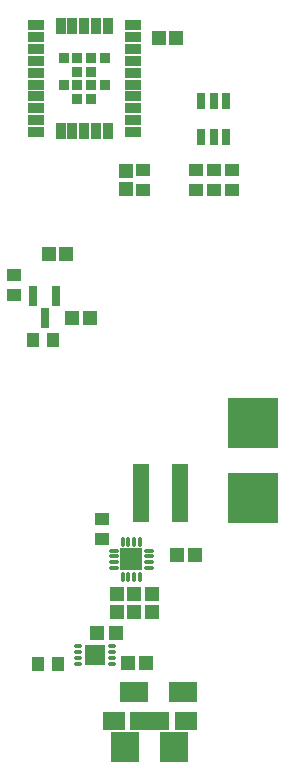
<source format=gtp>
G04*
G04 #@! TF.GenerationSoftware,Altium Limited,Altium Designer,25.2.1 (25)*
G04*
G04 Layer_Color=8421504*
%FSLAX44Y44*%
%MOMM*%
G71*
G04*
G04 #@! TF.SameCoordinates,8C29F912-5D16-4966-89D4-FD56EA257BD5*
G04*
G04*
G04 #@! TF.FilePolarity,Positive*
G04*
G01*
G75*
G04:AMPARAMS|DCode=17|XSize=1.15mm|YSize=1.15mm|CornerRadius=0mm|HoleSize=0mm|Usage=FLASHONLY|Rotation=180.000|XOffset=0mm|YOffset=0mm|HoleType=Round|Shape=RoundedRectangle|*
%AMROUNDEDRECTD17*
21,1,1.1500,1.1500,0,0,180.0*
21,1,1.1500,1.1500,0,0,180.0*
1,1,0.0000,-0.5750,0.5750*
1,1,0.0000,0.5750,0.5750*
1,1,0.0000,0.5750,-0.5750*
1,1,0.0000,-0.5750,-0.5750*
%
%ADD17ROUNDEDRECTD17*%
%ADD18R,0.9000X1.3500*%
%ADD19R,1.2000X1.1000*%
%ADD20R,1.1000X1.2000*%
G04:AMPARAMS|DCode=21|XSize=1.15mm|YSize=1.15mm|CornerRadius=0mm|HoleSize=0mm|Usage=FLASHONLY|Rotation=90.000|XOffset=0mm|YOffset=0mm|HoleType=Round|Shape=RoundedRectangle|*
%AMROUNDEDRECTD21*
21,1,1.1500,1.1500,0,0,90.0*
21,1,1.1500,1.1500,0,0,90.0*
1,1,0.0000,0.5750,0.5750*
1,1,0.0000,0.5750,-0.5750*
1,1,0.0000,-0.5750,-0.5750*
1,1,0.0000,-0.5750,0.5750*
%
%ADD21ROUNDEDRECTD21*%
%ADD22R,4.2000X4.2000*%
%ADD23R,1.3800X4.9000*%
%ADD24R,1.8800X1.8800*%
G04:AMPARAMS|DCode=25|XSize=0.4mm|YSize=0.8mm|CornerRadius=0.105mm|HoleSize=0mm|Usage=FLASHONLY|Rotation=0.000|XOffset=0mm|YOffset=0mm|HoleType=Round|Shape=RoundedRectangle|*
%AMROUNDEDRECTD25*
21,1,0.4000,0.5900,0,0,0.0*
21,1,0.1900,0.8000,0,0,0.0*
1,1,0.2100,0.0950,-0.2950*
1,1,0.2100,-0.0950,-0.2950*
1,1,0.2100,-0.0950,0.2950*
1,1,0.2100,0.0950,0.2950*
%
%ADD25ROUNDEDRECTD25*%
G04:AMPARAMS|DCode=26|XSize=0.4mm|YSize=0.8mm|CornerRadius=0.105mm|HoleSize=0mm|Usage=FLASHONLY|Rotation=270.000|XOffset=0mm|YOffset=0mm|HoleType=Round|Shape=RoundedRectangle|*
%AMROUNDEDRECTD26*
21,1,0.4000,0.5900,0,0,270.0*
21,1,0.1900,0.8000,0,0,270.0*
1,1,0.2100,-0.2950,-0.0950*
1,1,0.2100,-0.2950,0.0950*
1,1,0.2100,0.2950,0.0950*
1,1,0.2100,0.2950,-0.0950*
%
%ADD26ROUNDEDRECTD26*%
%ADD27R,2.4500X2.5000*%
%ADD28R,1.9500X1.5000*%
%ADD29R,0.7000X1.5000*%
%ADD30R,0.8000X1.7000*%
%ADD31R,1.3500X0.9000*%
%ADD32R,0.9000X0.9000*%
G04:AMPARAMS|DCode=33|XSize=0.7mm|YSize=0.4mm|CornerRadius=0.15mm|HoleSize=0mm|Usage=FLASHONLY|Rotation=180.000|XOffset=0mm|YOffset=0mm|HoleType=Round|Shape=RoundedRectangle|*
%AMROUNDEDRECTD33*
21,1,0.7000,0.1000,0,0,180.0*
21,1,0.4000,0.4000,0,0,180.0*
1,1,0.3000,-0.2000,0.0500*
1,1,0.3000,0.2000,0.0500*
1,1,0.3000,0.2000,-0.0500*
1,1,0.3000,-0.2000,-0.0500*
%
%ADD33ROUNDEDRECTD33*%
%ADD34R,1.7000X1.7500*%
%ADD35R,0.8000X1.4000*%
%ADD36R,2.4000X1.7500*%
%ADD37R,1.2000X1.2000*%
G36*
X68338Y81968D02*
X62438D01*
Y91768D01*
X68338D01*
Y81968D01*
D02*
G37*
G36*
X75738D02*
X69838D01*
Y91768D01*
X75738D01*
Y81968D01*
D02*
G37*
D17*
X138555Y171001D02*
D03*
X153555D02*
D03*
X50055Y372042D02*
D03*
X65055D02*
D03*
X112190Y79868D02*
D03*
X97190D02*
D03*
X123310Y609346D02*
D03*
X138310D02*
D03*
X30092Y425958D02*
D03*
X45092D02*
D03*
D18*
X40220Y618910D02*
D03*
X80220D02*
D03*
X50220D02*
D03*
X60220D02*
D03*
X70220D02*
D03*
X80220Y530410D02*
D03*
X70220D02*
D03*
X60220D02*
D03*
X50220D02*
D03*
X40220D02*
D03*
D19*
X155033Y480553D02*
D03*
Y497553D02*
D03*
X185513Y480467D02*
D03*
Y497467D02*
D03*
X74930Y202184D02*
D03*
Y185184D02*
D03*
X625Y391222D02*
D03*
Y408222D02*
D03*
X170180Y497704D02*
D03*
Y480704D02*
D03*
X110296Y480689D02*
D03*
Y497689D02*
D03*
D20*
X33823Y353568D02*
D03*
X16823D02*
D03*
X21354Y79248D02*
D03*
X38354D02*
D03*
D21*
X87668Y137926D02*
D03*
Y122926D02*
D03*
X117573Y138057D02*
D03*
Y123057D02*
D03*
X102718Y137988D02*
D03*
Y122988D02*
D03*
X95407Y481099D02*
D03*
Y496099D02*
D03*
D22*
X203248Y283210D02*
D03*
Y219710D02*
D03*
D23*
X108527Y223686D02*
D03*
X141627D02*
D03*
D24*
X100148Y167638D02*
D03*
D25*
X107648Y182138D02*
D03*
X102648D02*
D03*
X97648D02*
D03*
X92648D02*
D03*
Y153138D02*
D03*
X97648D02*
D03*
X102648D02*
D03*
X107648D02*
D03*
D26*
X85648Y175138D02*
D03*
Y170138D02*
D03*
Y165138D02*
D03*
Y160138D02*
D03*
X114648D02*
D03*
Y165138D02*
D03*
Y170138D02*
D03*
Y175138D02*
D03*
D27*
X136440Y9075D02*
D03*
X94940D02*
D03*
D28*
X146170Y30935D02*
D03*
X85210D02*
D03*
D29*
X128690Y31115D02*
D03*
X122190D02*
D03*
X115690D02*
D03*
X109190D02*
D03*
X102690D02*
D03*
D30*
X26605Y372042D02*
D03*
X17105Y391042D02*
D03*
X36105D02*
D03*
D31*
X18970Y529660D02*
D03*
Y539660D02*
D03*
Y549660D02*
D03*
Y559660D02*
D03*
Y569660D02*
D03*
Y579660D02*
D03*
Y589660D02*
D03*
Y599660D02*
D03*
Y609660D02*
D03*
Y619660D02*
D03*
X101470D02*
D03*
Y609660D02*
D03*
Y599660D02*
D03*
Y589660D02*
D03*
Y579660D02*
D03*
Y569660D02*
D03*
Y559660D02*
D03*
Y549660D02*
D03*
Y539660D02*
D03*
Y529660D02*
D03*
D32*
X42970Y568960D02*
D03*
X54470D02*
D03*
Y557460D02*
D03*
X65970Y568960D02*
D03*
Y557460D02*
D03*
X77470Y568960D02*
D03*
X54470Y580460D02*
D03*
X65970D02*
D03*
X54470Y591960D02*
D03*
X65970D02*
D03*
X77470D02*
D03*
X42970D02*
D03*
D33*
X83438Y79368D02*
D03*
Y84368D02*
D03*
Y89368D02*
D03*
Y94368D02*
D03*
X54738D02*
D03*
Y89368D02*
D03*
Y84368D02*
D03*
Y79368D02*
D03*
D34*
X69088Y86868D02*
D03*
D35*
X158922Y525348D02*
D03*
Y555348D02*
D03*
X169672Y525348D02*
D03*
Y555348D02*
D03*
X180422Y525348D02*
D03*
Y555348D02*
D03*
D36*
X143690Y55118D02*
D03*
X102690D02*
D03*
D37*
X71200Y105314D02*
D03*
X87200D02*
D03*
M02*

</source>
